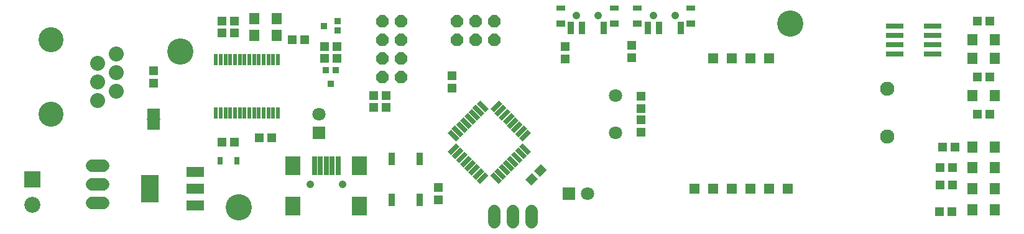
<source format=gts>
G75*
%MOIN*%
%OFA0B0*%
%FSLAX25Y25*%
%IPPOS*%
%LPD*%
%AMOC8*
5,1,8,0,0,1.08239X$1,22.5*
%
%ADD10C,0.14100*%
%ADD11R,0.04931X0.04537*%
%ADD12R,0.04537X0.04931*%
%ADD13C,0.07100*%
%ADD14R,0.07100X0.07100*%
%ADD15R,0.03080X0.03868*%
%ADD16R,0.05324X0.06112*%
%ADD17R,0.09400X0.05400*%
%ADD18R,0.09261X0.14773*%
%ADD19R,0.09261X0.02962*%
%ADD20C,0.08000*%
%ADD21C,0.13400*%
%ADD22OC8,0.06600*%
%ADD23R,0.08600X0.08600*%
%ADD24C,0.08600*%
%ADD25R,0.03356X0.03356*%
%ADD26C,0.06600*%
%ADD27R,0.03600X0.06600*%
%ADD28C,0.07600*%
%ADD29R,0.06900X0.05200*%
%ADD30R,0.07200X0.00600*%
%ADD31R,0.02569X0.10443*%
%ADD32R,0.08474X0.10443*%
%ADD33C,0.04143*%
%ADD34R,0.05324X0.05324*%
%ADD35R,0.02600X0.06400*%
%ADD36R,0.01970X0.06100*%
%ADD37R,0.03356X0.06506*%
%ADD38R,0.04537X0.02962*%
%ADD39R,0.04537X0.03750*%
D10*
X0134144Y0016745D03*
X0102819Y0100415D03*
X0429848Y0115225D03*
D11*
X0530054Y0116600D03*
X0536746Y0116600D03*
X0536746Y0086600D03*
X0530054Y0086600D03*
X0530054Y0066600D03*
X0536746Y0066600D03*
X0517996Y0049100D03*
X0511304Y0049100D03*
X0510054Y0037850D03*
X0516746Y0037850D03*
X0516746Y0028600D03*
X0510054Y0028600D03*
X0509768Y0014207D03*
X0516461Y0014207D03*
G36*
X0299112Y0036605D02*
X0295627Y0033120D01*
X0292420Y0036327D01*
X0295905Y0039812D01*
X0299112Y0036605D01*
G37*
G36*
X0294380Y0031873D02*
X0290895Y0028388D01*
X0287688Y0031595D01*
X0291173Y0035080D01*
X0294380Y0031873D01*
G37*
X0151746Y0054100D03*
X0145054Y0054100D03*
X0131746Y0051600D03*
X0125054Y0051600D03*
X0206304Y0070350D03*
X0212996Y0070350D03*
X0212996Y0076600D03*
X0206304Y0076600D03*
X0186746Y0096600D03*
X0180054Y0096600D03*
X0180054Y0102850D03*
X0186746Y0102850D03*
X0169246Y0106600D03*
X0162554Y0106600D03*
X0131746Y0110350D03*
X0125054Y0110350D03*
X0125054Y0116600D03*
X0131746Y0116600D03*
D12*
X0088400Y0089946D03*
X0088400Y0083254D03*
X0248400Y0080754D03*
X0248400Y0087446D03*
X0309025Y0096379D03*
X0309025Y0103071D03*
X0344650Y0103696D03*
X0344650Y0097004D03*
X0349650Y0076196D03*
X0349650Y0069504D03*
X0349650Y0063696D03*
X0349650Y0057004D03*
X0240900Y0027446D03*
X0240900Y0020754D03*
D13*
X0320900Y0024100D03*
X0335900Y0056600D03*
X0335900Y0076600D03*
X0177150Y0066600D03*
D14*
X0177150Y0056600D03*
X0310900Y0024100D03*
D15*
X0132928Y0041600D03*
X0123872Y0041600D03*
D16*
X0142494Y0109100D03*
X0154306Y0109100D03*
X0154306Y0117850D03*
X0142494Y0117850D03*
X0527494Y0106600D03*
X0539306Y0106600D03*
X0539306Y0096600D03*
X0527494Y0096600D03*
X0527494Y0076600D03*
X0539306Y0076600D03*
X0539306Y0049100D03*
X0527494Y0049100D03*
X0527494Y0037850D03*
X0539306Y0037850D03*
X0539306Y0026600D03*
X0527494Y0026600D03*
X0527494Y0015350D03*
X0539306Y0015350D03*
D17*
X0110600Y0017500D03*
X0110600Y0026600D03*
X0110600Y0035700D03*
D18*
X0086199Y0026600D03*
D19*
X0485664Y0099100D03*
X0485664Y0104100D03*
X0506136Y0104100D03*
X0506136Y0099100D03*
X0506136Y0109100D03*
X0506136Y0114100D03*
X0485664Y0114100D03*
X0485664Y0109100D03*
D20*
X0068400Y0099100D03*
X0058400Y0094100D03*
X0068400Y0089100D03*
X0058400Y0084100D03*
X0068400Y0079100D03*
X0058400Y0074100D03*
D21*
X0033400Y0066600D03*
X0033400Y0106600D03*
D22*
X0210900Y0106600D03*
X0220900Y0106600D03*
X0250900Y0106600D03*
X0260900Y0106600D03*
X0270900Y0106600D03*
X0270900Y0116600D03*
X0260900Y0116600D03*
X0250900Y0116600D03*
X0220900Y0116600D03*
X0210900Y0116600D03*
X0210900Y0096600D03*
X0220900Y0096600D03*
X0220900Y0086600D03*
X0210900Y0086600D03*
D23*
X0023400Y0031600D03*
D24*
X0023400Y0017820D03*
D25*
X0183400Y0082958D03*
X0180841Y0090242D03*
X0185959Y0090242D03*
X0187042Y0111541D03*
X0179758Y0114100D03*
X0187042Y0116659D03*
D26*
X0061400Y0039100D02*
X0055400Y0039100D01*
X0055400Y0029100D02*
X0061400Y0029100D01*
X0061400Y0019100D02*
X0055400Y0019100D01*
X0270900Y0014600D02*
X0270900Y0008600D01*
X0280900Y0008600D02*
X0280900Y0014600D01*
X0290900Y0014600D02*
X0290900Y0008600D01*
D27*
X0230900Y0020600D03*
X0215900Y0020600D03*
X0215900Y0042600D03*
X0230900Y0042600D03*
D28*
X0481775Y0054639D03*
X0481775Y0080229D03*
D29*
X0088400Y0067100D03*
X0088400Y0061100D03*
D30*
X0088400Y0064100D03*
D31*
X0174601Y0038943D03*
X0177750Y0038943D03*
X0180900Y0038943D03*
X0184050Y0038943D03*
X0187199Y0038943D03*
D32*
X0198617Y0038943D03*
X0163183Y0038943D03*
X0163183Y0017289D03*
X0198617Y0017289D03*
D33*
X0189561Y0029100D03*
X0172239Y0029100D03*
X0314994Y0119725D03*
X0326806Y0119725D03*
X0356244Y0119725D03*
X0368056Y0119725D03*
D34*
X0388400Y0096600D03*
X0398400Y0096600D03*
X0408400Y0096600D03*
X0418400Y0096600D03*
X0418400Y0026600D03*
X0428400Y0026600D03*
X0408400Y0026600D03*
X0398400Y0026600D03*
X0388400Y0026600D03*
X0378400Y0026600D03*
D35*
G36*
X0290814Y0046580D02*
X0288976Y0044742D01*
X0284452Y0049266D01*
X0286290Y0051104D01*
X0290814Y0046580D01*
G37*
G36*
X0288622Y0044388D02*
X0286784Y0042550D01*
X0282260Y0047074D01*
X0284098Y0048912D01*
X0288622Y0044388D01*
G37*
G36*
X0286360Y0042125D02*
X0284522Y0040287D01*
X0279998Y0044811D01*
X0281836Y0046649D01*
X0286360Y0042125D01*
G37*
G36*
X0284167Y0039933D02*
X0282329Y0038095D01*
X0277805Y0042619D01*
X0279643Y0044457D01*
X0284167Y0039933D01*
G37*
G36*
X0281905Y0037670D02*
X0280067Y0035832D01*
X0275543Y0040356D01*
X0277381Y0042194D01*
X0281905Y0037670D01*
G37*
G36*
X0279713Y0035478D02*
X0277875Y0033640D01*
X0273351Y0038164D01*
X0275189Y0040002D01*
X0279713Y0035478D01*
G37*
G36*
X0277450Y0033216D02*
X0275612Y0031378D01*
X0271088Y0035902D01*
X0272926Y0037740D01*
X0277450Y0033216D01*
G37*
G36*
X0275258Y0031024D02*
X0273420Y0029186D01*
X0268896Y0033710D01*
X0270734Y0035548D01*
X0275258Y0031024D01*
G37*
G36*
X0263380Y0029186D02*
X0261542Y0031024D01*
X0266066Y0035548D01*
X0267904Y0033710D01*
X0263380Y0029186D01*
G37*
G36*
X0261188Y0031378D02*
X0259350Y0033216D01*
X0263874Y0037740D01*
X0265712Y0035902D01*
X0261188Y0031378D01*
G37*
G36*
X0258925Y0033640D02*
X0257087Y0035478D01*
X0261611Y0040002D01*
X0263449Y0038164D01*
X0258925Y0033640D01*
G37*
G36*
X0256733Y0035832D02*
X0254895Y0037670D01*
X0259419Y0042194D01*
X0261257Y0040356D01*
X0256733Y0035832D01*
G37*
G36*
X0254470Y0038095D02*
X0252632Y0039933D01*
X0257156Y0044457D01*
X0258994Y0042619D01*
X0254470Y0038095D01*
G37*
G36*
X0252278Y0040287D02*
X0250440Y0042125D01*
X0254964Y0046649D01*
X0256802Y0044811D01*
X0252278Y0040287D01*
G37*
G36*
X0250016Y0042550D02*
X0248178Y0044388D01*
X0252702Y0048912D01*
X0254540Y0047074D01*
X0250016Y0042550D01*
G37*
G36*
X0247824Y0044742D02*
X0245986Y0046580D01*
X0250510Y0051104D01*
X0252348Y0049266D01*
X0247824Y0044742D01*
G37*
G36*
X0252348Y0053934D02*
X0250510Y0052096D01*
X0245986Y0056620D01*
X0247824Y0058458D01*
X0252348Y0053934D01*
G37*
G36*
X0254540Y0056126D02*
X0252702Y0054288D01*
X0248178Y0058812D01*
X0250016Y0060650D01*
X0254540Y0056126D01*
G37*
G36*
X0256802Y0058389D02*
X0254964Y0056551D01*
X0250440Y0061075D01*
X0252278Y0062913D01*
X0256802Y0058389D01*
G37*
G36*
X0258994Y0060581D02*
X0257156Y0058743D01*
X0252632Y0063267D01*
X0254470Y0065105D01*
X0258994Y0060581D01*
G37*
G36*
X0261257Y0062843D02*
X0259419Y0061005D01*
X0254895Y0065529D01*
X0256733Y0067367D01*
X0261257Y0062843D01*
G37*
G36*
X0263449Y0065036D02*
X0261611Y0063198D01*
X0257087Y0067722D01*
X0258925Y0069560D01*
X0263449Y0065036D01*
G37*
G36*
X0275189Y0063198D02*
X0273351Y0065036D01*
X0277875Y0069560D01*
X0279713Y0067722D01*
X0275189Y0063198D01*
G37*
G36*
X0277381Y0061005D02*
X0275543Y0062843D01*
X0280067Y0067367D01*
X0281905Y0065529D01*
X0277381Y0061005D01*
G37*
G36*
X0279643Y0058743D02*
X0277805Y0060581D01*
X0282329Y0065105D01*
X0284167Y0063267D01*
X0279643Y0058743D01*
G37*
G36*
X0281836Y0056551D02*
X0279998Y0058389D01*
X0284522Y0062913D01*
X0286360Y0061075D01*
X0281836Y0056551D01*
G37*
G36*
X0284098Y0054288D02*
X0282260Y0056126D01*
X0286784Y0060650D01*
X0288622Y0058812D01*
X0284098Y0054288D01*
G37*
G36*
X0286290Y0052096D02*
X0284452Y0053934D01*
X0288976Y0058458D01*
X0290814Y0056620D01*
X0286290Y0052096D01*
G37*
G36*
X0272926Y0065460D02*
X0271088Y0067298D01*
X0275612Y0071822D01*
X0277450Y0069984D01*
X0272926Y0065460D01*
G37*
G36*
X0265712Y0067298D02*
X0263874Y0065460D01*
X0259350Y0069984D01*
X0261188Y0071822D01*
X0265712Y0067298D01*
G37*
G36*
X0267904Y0069490D02*
X0266066Y0067652D01*
X0261542Y0072176D01*
X0263380Y0074014D01*
X0267904Y0069490D01*
G37*
G36*
X0270734Y0067652D02*
X0268896Y0069490D01*
X0273420Y0074014D01*
X0275258Y0072176D01*
X0270734Y0067652D01*
G37*
D36*
X0155034Y0067206D03*
X0152475Y0067206D03*
X0149916Y0067206D03*
X0147357Y0067206D03*
X0144798Y0067206D03*
X0142239Y0067206D03*
X0139680Y0067206D03*
X0137120Y0067206D03*
X0134561Y0067206D03*
X0132002Y0067206D03*
X0129443Y0067206D03*
X0126884Y0067206D03*
X0124325Y0067206D03*
X0121766Y0067206D03*
X0121766Y0095994D03*
X0124325Y0095994D03*
X0126884Y0095994D03*
X0129443Y0095994D03*
X0132002Y0095994D03*
X0134561Y0095994D03*
X0137120Y0095994D03*
X0139680Y0095994D03*
X0142239Y0095994D03*
X0144798Y0095994D03*
X0147357Y0095994D03*
X0149916Y0095994D03*
X0152475Y0095994D03*
X0155034Y0095994D03*
D37*
X0312042Y0112835D03*
X0317947Y0112835D03*
X0329758Y0112835D03*
X0353292Y0112835D03*
X0359197Y0112835D03*
X0371008Y0112835D03*
D38*
X0376520Y0123662D03*
X0347780Y0123662D03*
X0335270Y0123662D03*
X0306530Y0123662D03*
D39*
X0306530Y0115394D03*
X0335270Y0115394D03*
X0347780Y0115394D03*
X0376520Y0115394D03*
M02*

</source>
